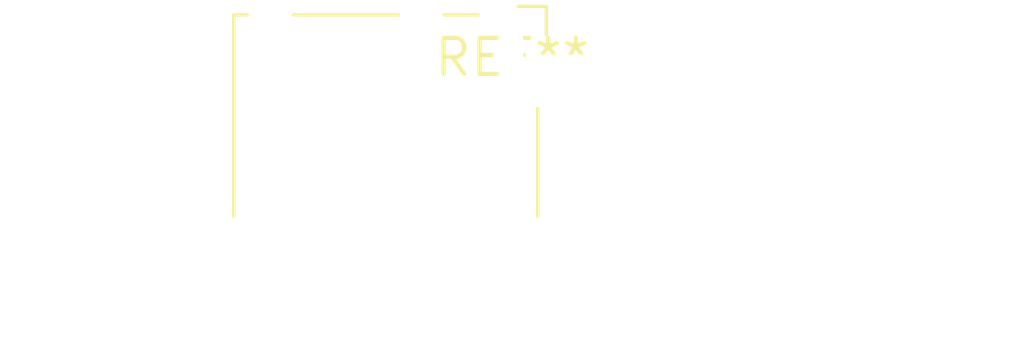
<source format=kicad_pcb>
(kicad_pcb (version 20240108) (generator pcbnew)
  (layers (0 "F.Cu" signal) (31 "B.Cu" signal) (34 "B.Paste" user) (35 "F.Paste" user) (36 "B.SilkS" user "B.Silkscreen") (37 "F.SilkS" user "F.Silkscreen") (38 "B.Mask" user) (39 "F.Mask" user) (44 "Edge.Cuts" user))
  (net 0 "")
  (footprint "BarrelJack_CUI_PJ-079BH_Horizontal" (layer "F.Cu") (at 0 0)
    (property "Reference" "REF**")
    (property "Value" "BarrelJack_CUI_PJ-079BH_Horizontal")
    (fp_line (start -9.8 5.6) (end -9.8 -1.5) (layer "F.SilkS") (stroke (width 0.12)))
    (fp_line (start -9.3 -1.5) (end -9.8 -1.5) (layer "F.SilkS") (stroke (width 0.12)))
    (fp_line (start -4 -1.5) (end -7.7 -1.5) (layer "F.SilkS") (stroke (width 0.12)))
    (fp_line (start -1.2 -1.5) (end -2.4 -1.5) (layer "F.SilkS") (stroke (width 0.12)))
    (fp_line (start 0.9 5.6) (end 0.9 1.8) (layer "F.SilkS") (stroke (width 0.12)))
    (fp_line (start 1.2 -1.8) (end 0.2 -1.8) (layer "F.SilkS") (stroke (width 0.12)))
    (fp_line (start 1.2 -1.8) (end 1.2 -0.8) (layer "F.SilkS") (stroke (width 0.12)))
    (pad "" np_thru_hole circle (at -3.2 6.3 180) (size 2.13 2.13) (drill 2.13) (layers F&B.Cu *.Mask))
    (pad "1" thru_hole rect (at 0 0 180) (size 1.8 3) (drill oval 0.8 2) (layers *.Cu *.Mask) (remove_unused_layers))
    (pad "2" thru_hole oval (at -8.5 0 180) (size 1.8 3) (drill oval 0.8 2) (layers *.Cu *.Mask) (remove_unused_layers))
    (pad "3" thru_hole oval (at -3.2 0 180) (size 1.8 3) (drill oval 0.8 2) (layers *.Cu *.Mask) (remove_unused_layers))
    (pad "SH" thru_hole oval (at -9.4 7.3 180) (size 1.6 3) (drill oval 0.6 2.2) (layers *.Cu *.Mask) (remove_unused_layers))
    (pad "SH" thru_hole oval (at 0.4 7.3 180) (size 1.6 3) (drill oval 0.6 2.2) (layers *.Cu *.Mask) (remove_unused_layers))
  )
)
</source>
